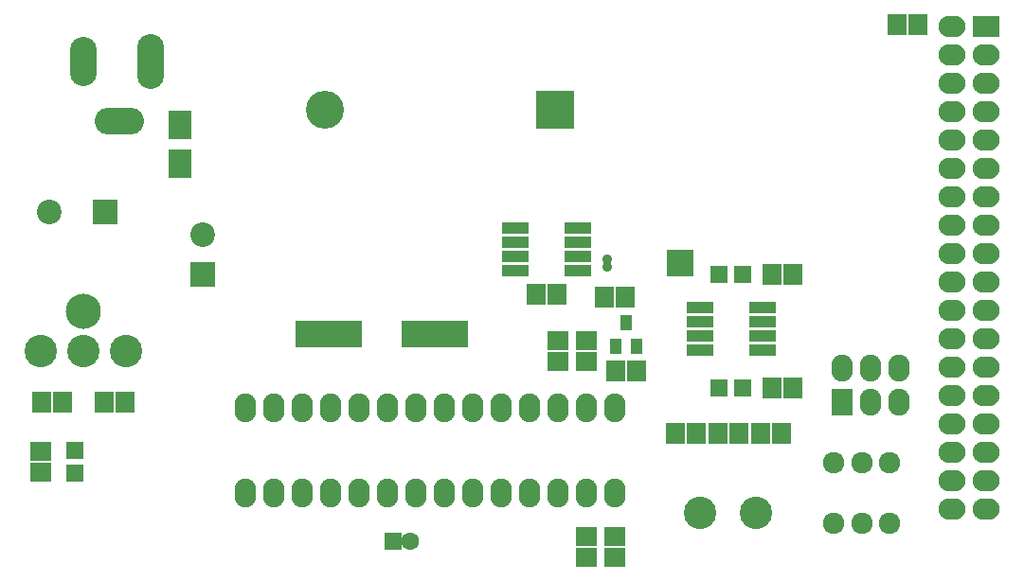
<source format=gbr>
G04 #@! TF.FileFunction,Soldermask,Top*
%FSLAX46Y46*%
G04 Gerber Fmt 4.6, Leading zero omitted, Abs format (unit mm)*
G04 Created by KiCad (PCBNEW 4.0.6) date 06/21/17 16:43:10*
%MOMM*%
%LPD*%
G01*
G04 APERTURE LIST*
%ADD10C,0.100000*%
%ADD11C,3.399740*%
%ADD12R,3.397200X3.397200*%
%ADD13R,2.200000X2.200000*%
%ADD14C,2.200000*%
%ADD15R,1.600000X1.600000*%
%ADD16C,1.600000*%
%ADD17R,1.700480X1.898600*%
%ADD18R,2.099260X2.500580*%
%ADD19R,1.598880X1.598880*%
%ADD20O,4.400500X2.398980*%
%ADD21O,2.398980X4.400500*%
%ADD22O,2.398980X4.900880*%
%ADD23C,2.900000*%
%ADD24R,1.924000X2.398980*%
%ADD25O,1.924000X2.398980*%
%ADD26R,0.999440X1.400760*%
%ADD27R,1.898600X1.700480*%
%ADD28C,2.899360*%
%ADD29C,3.148280*%
%ADD30O,1.901140X2.599640*%
%ADD31R,2.398980X0.999440*%
%ADD32C,1.924000*%
%ADD33R,5.899100X2.398980*%
%ADD34O,0.900000X0.900000*%
%ADD35R,2.400000X2.400000*%
%ADD36R,2.398980X1.924000*%
%ADD37O,2.398980X1.924000*%
G04 APERTURE END LIST*
D10*
D11*
X49580800Y-33020000D03*
D12*
X70078600Y-33020000D03*
D13*
X29932000Y-42164000D03*
D14*
X24932000Y-42164000D03*
D15*
X55638000Y-71628000D03*
D16*
X57138000Y-71628000D03*
D17*
X31686500Y-59182000D03*
X29781500Y-59182000D03*
X24193500Y-59182000D03*
X26098500Y-59182000D03*
D13*
X38608000Y-47724000D03*
D14*
X38608000Y-44224000D03*
D17*
X68389500Y-49530000D03*
X70294500Y-49530000D03*
X102552500Y-25400000D03*
X100647500Y-25400000D03*
D18*
X36576000Y-37797740D03*
X36576000Y-34338260D03*
D19*
X27178000Y-65565020D03*
X27178000Y-63466980D03*
X86901020Y-57912000D03*
X84802980Y-57912000D03*
X86901020Y-47752000D03*
X84802980Y-47752000D03*
D20*
X31186120Y-34002980D03*
D21*
X27934920Y-28702000D03*
D22*
X33936940Y-28702000D03*
D23*
X83098000Y-69088000D03*
X88098000Y-69088000D03*
D24*
X95758000Y-59176920D03*
D25*
X95758000Y-56139080D03*
X98298000Y-59176920D03*
X98298000Y-56139080D03*
X100838000Y-59176920D03*
X100838000Y-56139080D03*
D26*
X75501500Y-54142640D03*
X76454000Y-52029360D03*
X77406500Y-54142640D03*
D27*
X24130000Y-65468500D03*
X24130000Y-63563500D03*
X70358000Y-53657500D03*
X70358000Y-55562500D03*
D17*
X76390500Y-49784000D03*
X74485500Y-49784000D03*
D27*
X72898000Y-53657500D03*
X72898000Y-55562500D03*
D17*
X75501500Y-56388000D03*
X77406500Y-56388000D03*
X89471500Y-57912000D03*
X91376500Y-57912000D03*
X89471500Y-47752000D03*
X91376500Y-47752000D03*
X82740500Y-61976000D03*
X80835500Y-61976000D03*
X86550500Y-61976000D03*
X84645500Y-61976000D03*
X90360500Y-61976000D03*
X88455500Y-61976000D03*
D28*
X31750000Y-54610000D03*
X27940000Y-54610000D03*
X24130000Y-54610000D03*
D29*
X27940000Y-51061620D03*
D30*
X75438000Y-59690000D03*
X72898000Y-59690000D03*
X70358000Y-59690000D03*
X67818000Y-59690000D03*
X65278000Y-59690000D03*
X62738000Y-59690000D03*
X60198000Y-59690000D03*
X57658000Y-59690000D03*
X55118000Y-59690000D03*
X52578000Y-59690000D03*
X50038000Y-59690000D03*
X47498000Y-59690000D03*
X44958000Y-59690000D03*
X42418000Y-59690000D03*
X42418000Y-67310000D03*
X44958000Y-67310000D03*
X47498000Y-67310000D03*
X50038000Y-67310000D03*
X52578000Y-67310000D03*
X55118000Y-67310000D03*
X57658000Y-67310000D03*
X60198000Y-67310000D03*
X62738000Y-67310000D03*
X65278000Y-67310000D03*
X67818000Y-67310000D03*
X70358000Y-67310000D03*
X72898000Y-67310000D03*
X75438000Y-67310000D03*
D31*
X72136000Y-47371000D03*
X72136000Y-46101000D03*
X72136000Y-44831000D03*
X72136000Y-43561000D03*
X66548000Y-43561000D03*
X66548000Y-44831000D03*
X66548000Y-46101000D03*
X66548000Y-47371000D03*
D32*
X95036000Y-64610000D03*
X97536000Y-64610000D03*
X100036000Y-64610000D03*
X95036000Y-70010000D03*
X97536000Y-70010000D03*
X100036000Y-70010000D03*
D31*
X83058000Y-50673000D03*
X83058000Y-51943000D03*
X83058000Y-53213000D03*
X83058000Y-54483000D03*
X88646000Y-54483000D03*
X88646000Y-53213000D03*
X88646000Y-51943000D03*
X88646000Y-50673000D03*
D33*
X59359800Y-53086000D03*
X49860200Y-53086000D03*
D34*
X74808000Y-47086000D03*
X74808000Y-46386000D03*
D35*
X81278000Y-46736000D03*
D27*
X72898000Y-71183500D03*
X72898000Y-73088500D03*
X75438000Y-71183500D03*
X75438000Y-73088500D03*
D36*
X108648920Y-25535000D03*
D37*
X105611080Y-25535000D03*
X108648920Y-28075000D03*
X105611080Y-28075000D03*
X108648920Y-30615000D03*
X105611080Y-30615000D03*
X108648920Y-33155000D03*
X105611080Y-33155000D03*
X108648920Y-35695000D03*
X105611080Y-35695000D03*
X108648920Y-38235000D03*
X105611080Y-38235000D03*
X108648920Y-40775000D03*
X105611080Y-40775000D03*
X108648920Y-43315000D03*
X105611080Y-43315000D03*
X108648920Y-45855000D03*
X105611080Y-45855000D03*
X108648920Y-48395000D03*
X105611080Y-48395000D03*
X108648920Y-50935000D03*
X105611080Y-50935000D03*
X108648920Y-53475000D03*
X105611080Y-53475000D03*
X108648920Y-56015000D03*
X105611080Y-56015000D03*
X108648920Y-58555000D03*
X105611080Y-58555000D03*
X108648920Y-61095000D03*
X105611080Y-61095000D03*
X108648920Y-63635000D03*
X105611080Y-63635000D03*
X108648920Y-66175000D03*
X105611080Y-66175000D03*
X108648920Y-68715000D03*
X105611080Y-68715000D03*
M02*

</source>
